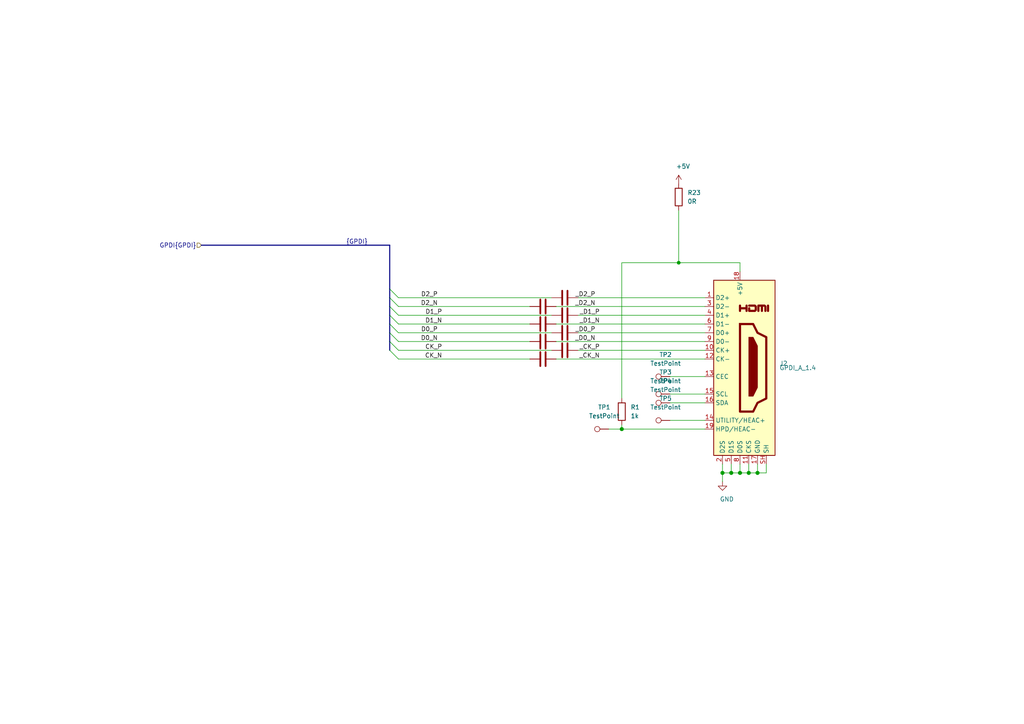
<source format=kicad_sch>
(kicad_sch (version 20201015) (generator eeschema)
  (page 1 4)
  (paper "A4")
  (title_block (title "GPDI Breakout") (date "2020-12-01") (rev "r1.0") (company "GsD - @gregdavill") (comment 1 "SYZYGY Pod"))
  (lib_symbols
    (symbol "Connector:HDMI_A_1.4"
      (property "Reference" "J" (at -6.35 26.67 0))
      (property "Value" "HDMI_A_1.4" (at 10.16 26.67 0))
      (symbol "HDMI_A_1.4_0_0"
        (polyline (pts (xy 8.128 16.51) (xy 8.128 18.034)) (stroke (width 0.635)))
        (polyline (pts (xy 0 16.51) (xy 0 18.034) (xy 0 17.272) (xy 1.905 17.272) (xy 1.905 18.034) (xy 1.905 16.51)) (stroke (width 0.635)))
        (polyline (pts (xy 2.667 18.034) (xy 4.318 18.034) (xy 4.572 17.78) (xy 4.572 16.764) (xy 4.318 16.51) (xy 2.667 16.51) (xy 2.667 17.272)) (stroke (width 0.635)))
      )
      (symbol "HDMI_A_1.4_0_1"
        (rectangle (start -7.62 25.4) (end 10.16 -25.4) (stroke (width 0.254)) (fill (type background)))
        (polyline (pts (xy 2.54 8.89) (xy 3.81 8.89) (xy 5.08 6.35) (xy 5.08 -5.715) (xy 3.81 -8.255) (xy 2.54 -8.255) (xy 2.54 8.89)) (fill (type outline)))
        (polyline (pts (xy 5.334 16.51) (xy 5.334 18.034) (xy 6.35 18.034) (xy 6.35 16.51) (xy 6.35 18.034) (xy 7.112 18.034) (xy 7.366 17.78) (xy 7.366 16.51)) (stroke (width 0.635)))
        (polyline (pts (xy 0 12.7) (xy 0 -12.7) (xy 3.81 -12.7) (xy 5.08 -10.16) (xy 7.62 -8.89) (xy 7.62 8.89) (xy 5.08 10.16) (xy 3.81 12.7) (xy 0 12.7)) (stroke (width 0.635)))
      )
      (symbol "HDMI_A_1.4_1_1"
        (pin passive line (at -10.16 20.32 0) (length 2.54) (name "D2+") (number "1"))
        (pin passive line (at -10.16 5.08 0) (length 2.54) (name "CK+") (number "10"))
        (pin power_in line (at 2.54 -27.94 90) (length 2.54) (name "CKS") (number "11"))
        (pin passive line (at -10.16 2.54 0) (length 2.54) (name "CK-") (number "12"))
        (pin bidirectional line (at -10.16 -2.54 0) (length 2.54) (name "CEC") (number "13"))
        (pin passive line (at -10.16 -15.24 0) (length 2.54) (name "UTILITY/HEAC+") (number "14"))
        (pin passive line (at -10.16 -7.62 0) (length 2.54) (name "SCL") (number "15"))
        (pin bidirectional line (at -10.16 -10.16 0) (length 2.54) (name "SDA") (number "16"))
        (pin power_in line (at 5.08 -27.94 90) (length 2.54) (name "GND") (number "17"))
        (pin power_in line (at 0 27.94 270) (length 2.54) (name "+5V") (number "18"))
        (pin passive line (at -10.16 -17.78 0) (length 2.54) (name "HPD/HEAC-") (number "19"))
        (pin power_in line (at -5.08 -27.94 90) (length 2.54) (name "D2S") (number "2"))
        (pin passive line (at -10.16 17.78 0) (length 2.54) (name "D2-") (number "3"))
        (pin passive line (at -10.16 15.24 0) (length 2.54) (name "D1+") (number "4"))
        (pin power_in line (at -2.54 -27.94 90) (length 2.54) (name "D1S") (number "5"))
        (pin passive line (at -10.16 12.7 0) (length 2.54) (name "D1-") (number "6"))
        (pin passive line (at -10.16 10.16 0) (length 2.54) (name "D0+") (number "7"))
        (pin power_in line (at 0 -27.94 90) (length 2.54) (name "D0S") (number "8"))
        (pin passive line (at -10.16 7.62 0) (length 2.54) (name "D0-") (number "9"))
        (pin passive line (at 7.62 -27.94 90) (length 2.54) (name "SH") (number "SH"))
      )
    )
    (symbol "Connector:TestPoint" (pin_numbers hide) (pin_names (offset 0.762) hide)
      (property "Reference" "TP" (at 0 6.858 0))
      (property "Value" "TestPoint" (at 0 5.08 0))
      (symbol "TestPoint_0_1"
        (circle (center 0 3.302) (radius 0.762))
      )
      (symbol "TestPoint_1_1"
        (pin passive line (at 0 0 90) (length 2.54) (name "1") (number "1"))
      )
    )
    (symbol "Device:C" (pin_numbers hide) (pin_names (offset 0.254))
      (property "Reference" "C" (at 0.635 2.54 0))
      (property "Value" "C" (at 0.635 -2.54 0))
      (symbol "C_0_1"
        (polyline (pts (xy -2.032 -0.762) (xy 2.032 -0.762)) (stroke (width 0.508)))
        (polyline (pts (xy -2.032 0.762) (xy 2.032 0.762)) (stroke (width 0.508)))
      )
      (symbol "C_1_1"
        (pin passive line (at 0 3.81 270) (length 2.794) (name "~") (number "1"))
        (pin passive line (at 0 -3.81 90) (length 2.794) (name "~") (number "2"))
      )
    )
    (symbol "Device:R" (pin_numbers hide) (pin_names (offset 0))
      (property "Reference" "R" (at 2.032 0 90))
      (property "Value" "R" (at 0 0 90))
      (symbol "R_0_1"
        (rectangle (start -1.016 -2.54) (end 1.016 2.54) (stroke (width 0.254)))
      )
      (symbol "R_1_1"
        (pin passive line (at 0 3.81 270) (length 1.27) (name "~") (number "1"))
        (pin passive line (at 0 -3.81 90) (length 1.27) (name "~") (number "2"))
      )
    )
    (symbol "power:+5V" (power) (pin_names (offset 0))
      (property "Value" "+5V" (at 0 3.556 0))
      (symbol "+5V_0_1"
        (polyline (pts (xy -0.762 1.27) (xy 0 2.54)))
        (polyline (pts (xy 0 0) (xy 0 2.54)))
        (polyline (pts (xy 0 2.54) (xy 0.762 1.27)))
      )
      (symbol "+5V_1_1"
        (pin power_in line (at 0 0 90) (length 0) hide (name "+5V") (number "1"))
      )
    )
    (symbol "power:GND" (power) (pin_names (offset 0))
      (property "Value" "GND" (at 0 -3.81 0))
      (symbol "GND_0_1"
        (polyline (pts (xy 0 0) (xy 0 -1.27) (xy 1.27 -1.27) (xy 0 -2.54) (xy -1.27 -1.27) (xy 0 -1.27)))
      )
      (symbol "GND_1_1"
        (pin power_in line (at 0 0 270) (length 0) hide (name "GND") (number "1"))
      )
    )
  )
  (junction (at 180.34 124.46) (diameter 1.016))
  (junction (at 196.85 76.2) (diameter 0.9144))
  (junction (at 209.55 137.16) (diameter 1.016))
  (junction (at 212.09 137.16) (diameter 1.016))
  (junction (at 214.63 137.16) (diameter 1.016))
  (junction (at 217.17 137.16) (diameter 1.016))
  (junction (at 219.71 137.16) (diameter 1.016))
  (bus_entry (at 113.03 83.82) (size 2.54 2.54) (stroke (width 0.1524)))
  (bus_entry (at 113.03 86.36) (size 2.54 2.54) (stroke (width 0.1524)))
  (bus_entry (at 113.03 88.9) (size 2.54 2.54) (stroke (width 0.1524)))
  (bus_entry (at 113.03 91.44) (size 2.54 2.54) (stroke (width 0.1524)))
  (bus_entry (at 113.03 93.98) (size 2.54 2.54) (stroke (width 0.1524)))
  (bus_entry (at 113.03 96.52) (size 2.54 2.54) (stroke (width 0.1524)))
  (bus_entry (at 113.03 99.06) (size 2.54 2.54) (stroke (width 0.1524)))
  (bus_entry (at 113.03 101.6) (size 2.54 2.54) (stroke (width 0.1524)))
  (wire (pts (xy 115.57 86.36) (xy 160.02 86.36)))
  (wire (pts (xy 115.57 88.9) (xy 153.67 88.9)))
  (wire (pts (xy 115.57 91.44) (xy 160.02 91.44)))
  (wire (pts (xy 115.57 93.98) (xy 153.67 93.98)))
  (wire (pts (xy 115.57 96.52) (xy 160.02 96.52)))
  (wire (pts (xy 115.57 99.06) (xy 153.67 99.06)))
  (wire (pts (xy 115.57 101.6) (xy 160.02 101.6)))
  (wire (pts (xy 115.57 104.14) (xy 153.67 104.14)))
  (wire (pts (xy 161.29 88.9) (xy 204.47 88.9)))
  (wire (pts (xy 161.29 93.98) (xy 204.47 93.98)))
  (wire (pts (xy 161.29 99.06) (xy 204.47 99.06)))
  (wire (pts (xy 161.29 104.14) (xy 204.47 104.14)))
  (wire (pts (xy 167.64 86.36) (xy 204.47 86.36)))
  (wire (pts (xy 167.64 91.44) (xy 204.47 91.44)))
  (wire (pts (xy 167.64 96.52) (xy 204.47 96.52)))
  (wire (pts (xy 167.64 101.6) (xy 204.47 101.6)))
  (wire (pts (xy 176.53 124.46) (xy 180.34 124.46)))
  (wire (pts (xy 180.34 76.2) (xy 196.85 76.2)))
  (wire (pts (xy 180.34 115.57) (xy 180.34 76.2)))
  (wire (pts (xy 180.34 123.19) (xy 180.34 124.46)))
  (wire (pts (xy 180.34 124.46) (xy 204.47 124.46)))
  (wire (pts (xy 194.31 109.22) (xy 204.47 109.22)))
  (wire (pts (xy 194.31 114.3) (xy 204.47 114.3)))
  (wire (pts (xy 194.31 116.84) (xy 204.47 116.84)))
  (wire (pts (xy 194.31 121.92) (xy 204.47 121.92)))
  (wire (pts (xy 196.85 60.96) (xy 196.85 76.2)))
  (wire (pts (xy 196.85 76.2) (xy 214.63 76.2)))
  (wire (pts (xy 209.55 134.62) (xy 209.55 137.16)))
  (wire (pts (xy 209.55 137.16) (xy 209.55 139.7)))
  (wire (pts (xy 212.09 134.62) (xy 212.09 137.16)))
  (wire (pts (xy 212.09 137.16) (xy 209.55 137.16)))
  (wire (pts (xy 214.63 76.2) (xy 214.63 78.74)))
  (wire (pts (xy 214.63 134.62) (xy 214.63 137.16)))
  (wire (pts (xy 214.63 137.16) (xy 212.09 137.16)))
  (wire (pts (xy 217.17 134.62) (xy 217.17 137.16)))
  (wire (pts (xy 217.17 137.16) (xy 214.63 137.16)))
  (wire (pts (xy 217.17 137.16) (xy 219.71 137.16)))
  (wire (pts (xy 219.71 134.62) (xy 219.71 137.16)))
  (wire (pts (xy 219.71 137.16) (xy 222.25 137.16)))
  (wire (pts (xy 222.25 137.16) (xy 222.25 134.62)))
  (bus (pts (xy 58.42 71.12) (xy 113.03 71.12)))
  (bus (pts (xy 113.03 71.12) (xy 113.03 83.82)))
  (bus (pts (xy 113.03 83.82) (xy 113.03 86.36)))
  (bus (pts (xy 113.03 86.36) (xy 113.03 88.9)))
  (bus (pts (xy 113.03 88.9) (xy 113.03 91.44)))
  (bus (pts (xy 113.03 91.44) (xy 113.03 93.98)))
  (bus (pts (xy 113.03 93.98) (xy 113.03 96.52)))
  (bus (pts (xy 113.03 96.52) (xy 113.03 99.06)))
  (bus (pts (xy 113.03 99.06) (xy 113.03 101.6)))
  (label "{GPDI}" (at 106.68 71.12 180))
  (label "D2_P" (at 127 86.36 180))
  (label "D2_N" (at 127 88.9 180))
  (label "D0_P" (at 127 96.52 180))
  (label "D0_N" (at 127 99.06 180))
  (label "D1_P" (at 128.27 91.44 180))
  (label "D1_N" (at 128.27 93.98 180))
  (label "CK_P" (at 128.27 101.6 180))
  (label "CK_N" (at 128.27 104.14 180))
  (label "_D2_P" (at 172.72 86.36 180))
  (label "_D2_N" (at 172.72 88.9 180))
  (label "_D0_P" (at 172.72 96.52 180))
  (label "_D0_N" (at 172.72 99.06 180))
  (label "_D1_P" (at 173.99 91.44 180))
  (label "_D1_N" (at 173.99 93.98 180))
  (label "_CK_P" (at 173.99 101.6 180))
  (label "_CK_N" (at 173.99 104.14 180))
  (hierarchical_label "GPDI{GPDI}" (shape input) (at 58.42 71.12 180))
  (symbol (lib_id "Connector:TestPoint") (at 176.53 124.46 90) (unit 1)
    (property "Reference" "TP1" (at 175.26 118.11 90))
    (property "Value" "TestPoint" (at 175.26 120.65 90))
    (property "Footprint" "TestPoint:TestPoint_THTPad_D1.5mm_Drill0.7mm" (effects hide))
  )
  (symbol (lib_id "Connector:TestPoint") (at 194.31 109.22 90) (unit 1)
    (property "Reference" "TP2" (at 193.04 102.87 90))
    (property "Value" "TestPoint" (at 193.04 105.41 90))
    (property "Footprint" "TestPoint:TestPoint_THTPad_D1.5mm_Drill0.7mm" (effects hide))
  )
  (symbol (lib_id "Connector:TestPoint") (at 194.31 114.3 90) (unit 1)
    (property "Reference" "TP3" (at 193.04 107.95 90))
    (property "Value" "TestPoint" (at 193.04 110.49 90))
    (property "Footprint" "TestPoint:TestPoint_THTPad_D1.5mm_Drill0.7mm" (effects hide))
  )
  (symbol (lib_id "Connector:TestPoint") (at 194.31 116.84 90) (unit 1)
    (property "Reference" "TP4" (at 193.04 110.49 90))
    (property "Value" "TestPoint" (at 193.04 113.03 90))
    (property "Footprint" "TestPoint:TestPoint_THTPad_D1.5mm_Drill0.7mm" (effects hide))
  )
  (symbol (lib_id "Connector:TestPoint") (at 194.31 121.92 90) (unit 1)
    (property "Reference" "TP5" (at 193.04 115.57 90))
    (property "Value" "TestPoint" (at 193.04 118.11 90))
    (property "Footprint" "TestPoint:TestPoint_THTPad_D1.5mm_Drill0.7mm" (effects hide))
  )
  (symbol (lib_id "power:+5V") (at 196.85 53.34 0) (unit 1)
    (property "Reference" "#PWR0106" (effects hide))
    (property "Value" "+5V" (at 198.12 48.26 0))
  )
  (symbol (lib_id "power:GND") (at 209.55 139.7 0) (unit 1)
    (property "Reference" "#PWR0105" (effects hide))
    (property "Value" "GND" (at 210.82 144.78 0))
  )
  (symbol (lib_id "Device:R") (at 180.34 119.38 0) (unit 1)
    (property "Reference" "R1" (at 182.88 118.11 0) (effects (justify left)))
    (property "Value" "1k" (at 182.88 120.65 0) (effects (justify left)))
    (property "Footprint" "Resistor_SMD:R_0402_1005Metric" (effects hide))
  )
  (symbol (lib_id "Device:R") (at 196.85 57.15 0) (unit 1)
    (property "Reference" "R23" (at 199.39 55.88 0) (effects (justify left)))
    (property "Value" "0R" (at 199.39 58.42 0) (effects (justify left)))
    (property "Footprint" "Resistor_SMD:R_0402_1005Metric" (effects hide))
  )
  (symbol (lib_id "Device:C") (at 157.48 88.9 90) (unit 1)
    (property "Reference" "C1" (effects hide))
    (property "Value" "0.1u" (effects hide))
    (property "Footprint" "Capacitor_SMD:C_0402_1005Metric" (effects hide))
  )
  (symbol (lib_id "Device:C") (at 157.48 93.98 90) (unit 1)
    (property "Reference" "C2" (effects hide))
    (property "Value" "0.1u" (effects hide))
    (property "Footprint" "Capacitor_SMD:C_0402_1005Metric" (effects hide))
  )
  (symbol (lib_id "Device:C") (at 157.48 99.06 90) (unit 1)
    (property "Reference" "C3" (effects hide))
    (property "Value" "0.1u" (effects hide))
    (property "Footprint" "Capacitor_SMD:C_0402_1005Metric" (effects hide))
  )
  (symbol (lib_id "Device:C") (at 157.48 104.14 90) (unit 1)
    (property "Reference" "C4" (effects hide))
    (property "Value" "0.1u" (effects hide))
    (property "Footprint" "Capacitor_SMD:C_0402_1005Metric" (effects hide))
  )
  (symbol (lib_id "Device:C") (at 163.83 86.36 90) (unit 1)
    (property "Reference" "C5" (effects hide))
    (property "Value" "0.1u" (effects hide))
    (property "Footprint" "Capacitor_SMD:C_0402_1005Metric" (effects hide))
  )
  (symbol (lib_id "Device:C") (at 163.83 91.44 90) (unit 1)
    (property "Reference" "C6" (effects hide))
    (property "Value" "0.1u" (effects hide))
    (property "Footprint" "Capacitor_SMD:C_0402_1005Metric" (effects hide))
  )
  (symbol (lib_id "Device:C") (at 163.83 96.52 90) (unit 1)
    (property "Reference" "C7" (effects hide))
    (property "Value" "0.1u" (effects hide))
    (property "Footprint" "Capacitor_SMD:C_0402_1005Metric" (effects hide))
  )
  (symbol (lib_id "Device:C") (at 163.83 101.6 90) (unit 1)
    (property "Reference" "C8" (effects hide))
    (property "Value" "0.1u" (effects hide))
    (property "Footprint" "Capacitor_SMD:C_0402_1005Metric" (effects hide))
  )
  (symbol (lib_id "Connector:HDMI_A_1.4") (at 214.63 106.68 0) (unit 1)
    (property "Reference" "J2" (at 226.06 105.41 0) (effects (justify left)))
    (property "Value" "GPDI_A_1.4" (at 226.06 106.68 0) (effects (justify left)))
    (property "Footprint" "gsd-footprints:HDMI-10029449-111RLF" (effects hide))
    (property "Datasheet" "https://en.wikipedia.org/wiki/HDMI" (effects hide))
  )
)
</source>
